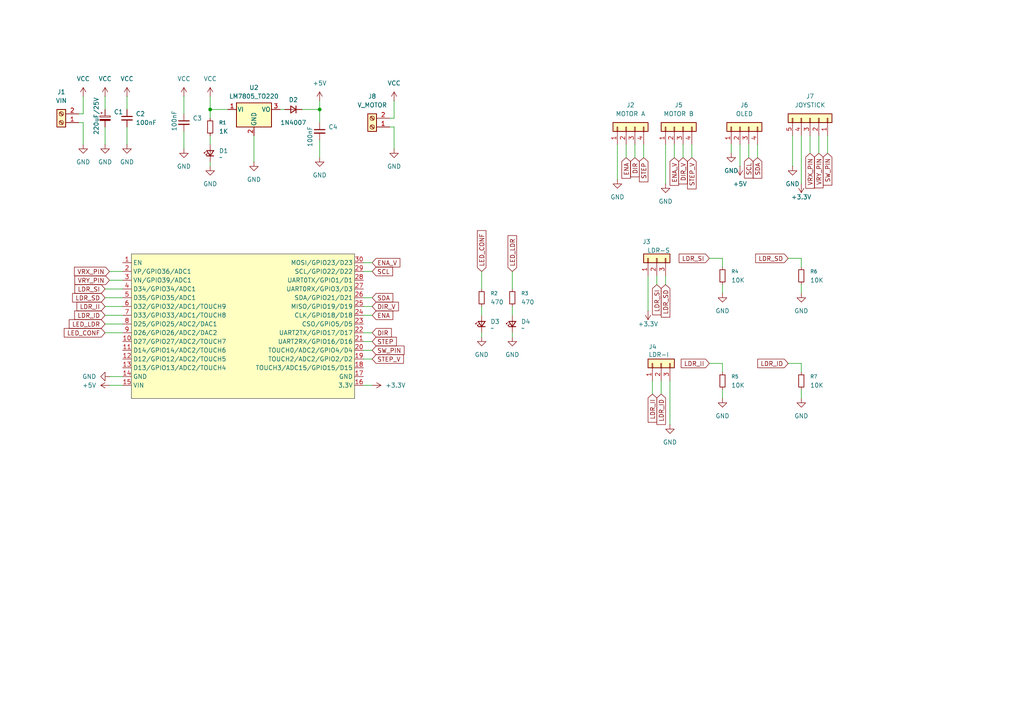
<source format=kicad_sch>
(kicad_sch (version 20250114) (generator "eeschema") (generator_version "9.0")
  (paper "A4")
  (lib_symbols
    (symbol "@EmersonPrez15:ESP32_DevKit_MP"
      (symbol "ESP32_DevKit_MP_1_1"
        (rectangle (start -33.02 25.4) (end 31.75 -16.51) (stroke (width 0) (color 72 72 72 1)) (fill (type background)))
        (pin input line (at -35.56 22.86 0) (length 2.54) (name "EN") (number "1"))
        (pin input line (at -35.56 20.32 0) (length 2.54) (name "VP/GPIO36/ADC1") (number "2"))
        (pin input line (at -35.56 17.78 0) (length 2.54) (name "VN/GPIO39/ADC1") (number "3"))
        (pin input line (at -35.56 15.24 0) (length 2.54) (name "D34/GPIO34/ADC1") (number "4"))
        (pin input line (at -35.56 12.7 0) (length 2.54) (name "D35/GPIO35/ADC1") (number "5"))
        (pin input line (at -35.56 10.16 0) (length 2.54) (name "D32/GPIO32/ADC1/TOUCH9") (number "6"))
        (pin input line (at -35.56 7.62 0) (length 2.54) (name "D33/GPIO33/ADC1/TOUCH8") (number "7"))
        (pin input line (at -35.56 5.08 0) (length 2.54) (name "D25/GPIO25/ADC2/DAC1") (number "8"))
        (pin input line (at -35.56 2.54 0) (length 2.54) (name "D26/GPIO26/ADC2/DAC2") (number "9"))
        (pin input line (at -35.56 0 0) (length 2.54) (name "D27/GPIO27/ADC2/TOUCH7") (number "10"))
        (pin input line (at -35.56 -2.54 0) (length 2.54) (name "D14/GPIO14/ADC2/TOUCH6") (number "11"))
        (pin input line (at -35.56 -5.08 0) (length 2.54) (name "D12/GPIO12/ADC2/TOUCH5") (number "12"))
        (pin input line (at -35.56 -7.62 0) (length 2.54) (name "D13/GPIO13/ADC2/TOUCH4") (number "13"))
        (pin input line (at -35.56 -10.16 0) (length 2.54) (name "GND") (number "14"))
        (pin input line (at -35.56 -12.7 0) (length 2.54) (name "VIN") (number "15"))
        (pin input line (at 34.29 22.86 180) (length 2.54) (name "MOSI/GPIO23/D23") (number "30"))
        (pin input line (at 34.29 20.32 180) (length 2.54) (name "SCL/GPIO22/D22") (number "29"))
        (pin input line (at 34.29 17.78 180) (length 2.54) (name "UART0TX/GPIO1/D1") (number "28"))
        (pin input line (at 34.29 15.24 180) (length 2.54) (name "UART0RX/GPIO3/D3") (number "27"))
        (pin input line (at 34.29 12.7 180) (length 2.54) (name "SDA/GPIO21/D21") (number "26"))
        (pin input line (at 34.29 10.16 180) (length 2.54) (name "MISO/GPIO19/D19") (number "25"))
        (pin input line (at 34.29 7.62 180) (length 2.54) (name "CLK/GPIO18/D18") (number "24"))
        (pin input line (at 34.29 5.08 180) (length 2.54) (name "CSO/GPIO5/D5") (number "23"))
        (pin input line (at 34.29 2.54 180) (length 2.54) (name "UART2TX/GPIO17/D17") (number "22"))
        (pin input line (at 34.29 0 180) (length 2.54) (name "UART2RX/GPIO16/D16") (number "21"))
        (pin input line (at 34.29 -2.54 180) (length 2.54) (name "TOUCH0/ADC2/GPIO4/D4") (number "20"))
        (pin input line (at 34.29 -5.08 180) (length 2.54) (name "TOUCH2/ADC2/GPIO2/D2") (number "19"))
        (pin input line (at 34.29 -7.62 180) (length 2.54) (name "TOUCH3/ADC15/GPIO15/D15") (number "18"))
        (pin input line (at 34.29 -10.16 180) (length 2.54) (name "GND") (number "17"))
        (pin input line (at 34.29 -12.7 180) (length 2.54) (name "3.3V") (number "16"))
      )
    )
    (symbol "Connector:Screw_Terminal_01x02" (pin_names (offset 1.016) (hide yes))
      (property "Reference" "J" (at 0 2.54 0))
      (property "Value" "Screw_Terminal_01x02" (at 0 -5.08 0))
      (symbol "Screw_Terminal_01x02_1_1"
        (rectangle (start -1.27 1.27) (end 1.27 -3.81) (stroke (width 0.254)) (fill (type background)))
        (polyline (pts (xy -0.5334 0.3302) (xy 0.3302 -0.508)) (stroke (width 0.1524)))
        (polyline (pts (xy -0.5334 -2.2098) (xy 0.3302 -3.048)) (stroke (width 0.1524)))
        (polyline (pts (xy -0.3556 0.508) (xy 0.508 -0.3302)) (stroke (width 0.1524)))
        (polyline (pts (xy -0.3556 -2.032) (xy 0.508 -2.8702)) (stroke (width 0.1524)))
        (circle (center 0 0) (radius 0.635) (stroke (width 0.1524)))
        (circle (center 0 -2.54) (radius 0.635) (stroke (width 0.1524)))
        (pin passive line (at -5.08 0 0) (length 3.81) (name "Pin_1") (number "1"))
        (pin passive line (at -5.08 -2.54 0) (length 3.81) (name "Pin_2") (number "2"))
      )
    )
    (symbol "Connector_Generic:Conn_01x03" (pin_names (offset 1.016) (hide yes))
      (property "Reference" "J" (at 0 5.08 0))
      (property "Value" "Conn_01x03" (at 0 -5.08 0))
      (symbol "Conn_01x03_1_1"
        (rectangle (start -1.27 3.81) (end 1.27 -3.81) (stroke (width 0.254)) (fill (type background)))
        (rectangle (start -1.27 2.667) (end 0 2.413) (stroke (width 0.1524)))
        (rectangle (start -1.27 0.127) (end 0 -0.127) (stroke (width 0.1524)))
        (rectangle (start -1.27 -2.413) (end 0 -2.667) (stroke (width 0.1524)))
        (pin passive line (at -5.08 2.54 0) (length 3.81) (name "Pin_1") (number "1"))
        (pin passive line (at -5.08 0 0) (length 3.81) (name "Pin_2") (number "2"))
        (pin passive line (at -5.08 -2.54 0) (length 3.81) (name "Pin_3") (number "3"))
      )
    )
    (symbol "Connector_Generic:Conn_01x04" (pin_names (offset 1.016) (hide yes))
      (property "Reference" "J" (at 0 5.08 0))
      (property "Value" "Conn_01x04" (at 0 -7.62 0))
      (symbol "Conn_01x04_1_1"
        (rectangle (start -1.27 3.81) (end 1.27 -6.35) (stroke (width 0.254)) (fill (type background)))
        (rectangle (start -1.27 2.667) (end 0 2.413) (stroke (width 0.1524)))
        (rectangle (start -1.27 0.127) (end 0 -0.127) (stroke (width 0.1524)))
        (rectangle (start -1.27 -2.413) (end 0 -2.667) (stroke (width 0.1524)))
        (rectangle (start -1.27 -4.953) (end 0 -5.207) (stroke (width 0.1524)))
        (pin passive line (at -5.08 2.54 0) (length 3.81) (name "Pin_1") (number "1"))
        (pin passive line (at -5.08 0 0) (length 3.81) (name "Pin_2") (number "2"))
        (pin passive line (at -5.08 -2.54 0) (length 3.81) (name "Pin_3") (number "3"))
        (pin passive line (at -5.08 -5.08 0) (length 3.81) (name "Pin_4") (number "4"))
      )
    )
    (symbol "Connector_Generic:Conn_01x05" (pin_names (offset 1.016) (hide yes))
      (property "Reference" "J" (at 0 7.62 0))
      (property "Value" "Conn_01x05" (at 0 -7.62 0))
      (symbol "Conn_01x05_1_1"
        (rectangle (start -1.27 6.35) (end 1.27 -6.35) (stroke (width 0.254)) (fill (type background)))
        (rectangle (start -1.27 5.207) (end 0 4.953) (stroke (width 0.1524)))
        (rectangle (start -1.27 2.667) (end 0 2.413) (stroke (width 0.1524)))
        (rectangle (start -1.27 0.127) (end 0 -0.127) (stroke (width 0.1524)))
        (rectangle (start -1.27 -2.413) (end 0 -2.667) (stroke (width 0.1524)))
        (rectangle (start -1.27 -4.953) (end 0 -5.207) (stroke (width 0.1524)))
        (pin passive line (at -5.08 5.08 0) (length 3.81) (name "Pin_1") (number "1"))
        (pin passive line (at -5.08 2.54 0) (length 3.81) (name "Pin_2") (number "2"))
        (pin passive line (at -5.08 0 0) (length 3.81) (name "Pin_3") (number "3"))
        (pin passive line (at -5.08 -2.54 0) (length 3.81) (name "Pin_4") (number "4"))
        (pin passive line (at -5.08 -5.08 0) (length 3.81) (name "Pin_5") (number "5"))
      )
    )
    (symbol "Device:C_Polarized_Small" (pin_numbers (hide yes)) (pin_names (offset 0.254) (hide yes))
      (property "Reference" "C" (at 0.254 1.778 0))
      (property "Value" "C_Polarized_Small" (at 0.254 -2.032 0))
      (symbol "C_Polarized_Small_0_1"
        (rectangle (start -1.524 0.6858) (end 1.524 0.3048))
        (rectangle (start -1.524 -0.3048) (end 1.524 -0.6858) (fill (type outline)))
        (polyline (pts (xy -1.27 1.524) (xy -0.762 1.524)))
        (polyline (pts (xy -1.016 1.27) (xy -1.016 1.778)))
      )
      (symbol "C_Polarized_Small_1_1"
        (pin passive line (at 0 2.54 270) (length 1.8542) (name "~") (number "1"))
        (pin passive line (at 0 -2.54 90) (length 1.8542) (name "~") (number "2"))
      )
    )
    (symbol "Device:C_Small" (pin_numbers (hide yes)) (pin_names (offset 0.254) (hide yes))
      (property "Reference" "C" (at 0.254 1.778 0))
      (property "Value" "C_Small" (at 0.254 -2.032 0))
      (symbol "C_Small_0_1"
        (polyline (pts (xy -1.524 0.508) (xy 1.524 0.508)) (stroke (width 0.3048)))
        (polyline (pts (xy -1.524 -0.508) (xy 1.524 -0.508)) (stroke (width 0.3302)))
      )
      (symbol "C_Small_1_1"
        (pin passive line (at 0 2.54 270) (length 2.032) (name "~") (number "1"))
        (pin passive line (at 0 -2.54 90) (length 2.032) (name "~") (number "2"))
      )
    )
    (symbol "Device:D_Small" (pin_numbers (hide yes)) (pin_names (offset 0.254) (hide yes))
      (property "Reference" "D" (at -1.27 2.032 0))
      (property "Value" "D_Small" (at -3.81 -2.032 0))
      (symbol "D_Small_0_1"
        (polyline (pts (xy -0.762 0) (xy 0.762 0)))
        (polyline (pts (xy -0.762 -1.016) (xy -0.762 1.016)) (stroke (width 0.254)))
        (polyline (pts (xy 0.762 -1.016) (xy -0.762 0) (xy 0.762 1.016) (xy 0.762 -1.016)) (stroke (width 0.254)))
      )
      (symbol "D_Small_1_1"
        (pin passive line (at -2.54 0 0) (length 1.778) (name "K") (number "1"))
        (pin passive line (at 2.54 0 180) (length 1.778) (name "A") (number "2"))
      )
    )
    (symbol "Device:LED_Small" (pin_numbers (hide yes)) (pin_names (offset 0.254) (hide yes))
      (property "Reference" "D" (at -1.27 3.175 0))
      (property "Value" "LED_Small" (at -4.445 -2.54 0))
      (symbol "LED_Small_0_1"
        (polyline (pts (xy -0.762 -1.016) (xy -0.762 1.016)) (stroke (width 0.254)))
        (polyline (pts (xy 0 0.762) (xy -0.508 1.27) (xy -0.254 1.27) (xy -0.508 1.27) (xy -0.508 1.016)))
        (polyline (pts (xy 0.508 1.27) (xy 0 1.778) (xy 0.254 1.778) (xy 0 1.778) (xy 0 1.524)))
        (polyline (pts (xy 0.762 -1.016) (xy -0.762 0) (xy 0.762 1.016) (xy 0.762 -1.016)) (stroke (width 0.254)))
        (polyline (pts (xy 1.016 0) (xy -0.762 0)))
      )
      (symbol "LED_Small_1_1"
        (pin passive line (at -2.54 0 0) (length 1.778) (name "K") (number "1"))
        (pin passive line (at 2.54 0 180) (length 1.778) (name "A") (number "2"))
      )
    )
    (symbol "Device:R_Small" (pin_numbers (hide yes)) (pin_names (offset 0.254) (hide yes))
      (property "Reference" "R" (at 0 0 90))
      (property "Value" "R_Small" (at 1.778 0 90))
      (symbol "R_Small_0_1"
        (rectangle (start -0.762 1.778) (end 0.762 -1.778) (stroke (width 0.2032)))
      )
      (symbol "R_Small_1_1"
        (pin passive line (at 0 2.54 270) (length 0.762) (name "~") (number "1"))
        (pin passive line (at 0 -2.54 90) (length 0.762) (name "~") (number "2"))
      )
    )
    (symbol "Regulator_Linear:LM7805_TO220" (pin_names (offset 0.254))
      (property "Reference" "U" (at -3.81 3.175 0))
      (property "Value" "LM7805_TO220" (at 0 3.175 0))
      (symbol "LM7805_TO220_0_1"
        (rectangle (start -5.08 1.905) (end 5.08 -5.08) (stroke (width 0.254)) (fill (type background)))
      )
      (symbol "LM7805_TO220_1_1"
        (pin power_in line (at -7.62 0 0) (length 2.54) (name "VI") (number "1"))
        (pin power_in line (at 0 -7.62 90) (length 2.54) (name "GND") (number "2"))
        (pin power_out line (at 7.62 0 180) (length 2.54) (name "VO") (number "3"))
      )
    )
    (symbol "power:+3.3V" (power) (pin_numbers (hide yes)) (pin_names (offset 0) (hide yes))
      (property "Value" "+3.3V" (at 0 3.556 0))
      (symbol "+3.3V_0_1"
        (polyline (pts (xy -0.762 1.27) (xy 0 2.54)))
        (polyline (pts (xy 0 2.54) (xy 0.762 1.27)))
        (polyline (pts (xy 0 0) (xy 0 2.54)))
      )
      (symbol "+3.3V_1_1"
        (pin power_in line (at 0 0 90) (length 0) (name "~") (number "1"))
      )
    )
    (symbol "power:+5V" (power) (pin_numbers (hide yes)) (pin_names (offset 0) (hide yes))
      (property "Value" "+5V" (at 0 3.556 0))
      (symbol "+5V_0_1"
        (polyline (pts (xy -0.762 1.27) (xy 0 2.54)))
        (polyline (pts (xy 0 2.54) (xy 0.762 1.27)))
        (polyline (pts (xy 0 0) (xy 0 2.54)))
      )
      (symbol "+5V_1_1"
        (pin power_in line (at 0 0 90) (length 0) (name "~") (number "1"))
      )
    )
    (symbol "power:GND" (power) (pin_numbers (hide yes)) (pin_names (offset 0) (hide yes))
      (property "Value" "GND" (at 0 -3.81 0))
      (symbol "GND_0_1"
        (polyline (pts (xy 0 0) (xy 0 -1.27) (xy 1.27 -1.27) (xy 0 -2.54) (xy -1.27 -1.27) (xy 0 -1.27)))
      )
      (symbol "GND_1_1"
        (pin power_in line (at 0 0 270) (length 0) (name "~") (number "1"))
      )
    )
    (symbol "power:VCC" (power) (pin_numbers (hide yes)) (pin_names (offset 0) (hide yes))
      (property "Value" "VCC" (at 0 3.556 0))
      (symbol "VCC_0_1"
        (polyline (pts (xy -0.762 1.27) (xy 0 2.54)))
        (polyline (pts (xy 0 2.54) (xy 0.762 1.27)))
        (polyline (pts (xy 0 0) (xy 0 2.54)))
      )
      (symbol "VCC_1_1"
        (pin power_in line (at 0 0 90) (length 0) (name "~") (number "1"))
      )
    )
  )
  (junction (at 60.96 31.75))
  (junction (at 92.71 31.75))
  (wire (pts (xy 193.04 41.91) (xy 193.04 53.34)))
  (wire (pts (xy 232.41 39.37) (xy 232.41 53.34)))
  (wire (pts (xy 139.7 96.52) (xy 139.7 97.79)))
  (wire (pts (xy 60.96 31.75) (xy 60.96 34.29)))
  (wire (pts (xy 209.55 82.55) (xy 209.55 85.09)))
  (wire (pts (xy 53.34 38.1) (xy 53.34 43.18)))
  (wire (pts (xy 105.41 96.52) (xy 107.95 96.52)))
  (wire (pts (xy 191.77 110.49) (xy 191.77 114.3)))
  (wire (pts (xy 30.48 88.9) (xy 35.56 88.9)))
  (wire (pts (xy 114.3 34.29) (xy 113.03 34.29)))
  (wire (pts (xy 205.74 74.93) (xy 209.55 74.93)))
  (wire (pts (xy 24.13 27.94) (xy 24.13 33.02)))
  (wire (pts (xy 24.13 35.56) (xy 24.13 41.91)))
  (wire (pts (xy 30.48 91.44) (xy 35.56 91.44)))
  (wire (pts (xy 194.31 110.49) (xy 194.31 123.19)))
  (wire (pts (xy 209.55 74.93) (xy 209.55 77.47)))
  (wire (pts (xy 105.41 88.9) (xy 107.95 88.9)))
  (wire (pts (xy 92.71 29.21) (xy 92.71 31.75)))
  (wire (pts (xy 60.96 46.99) (xy 60.96 48.26)))
  (wire (pts (xy 114.3 36.83) (xy 114.3 43.18)))
  (wire (pts (xy 30.48 96.52) (xy 35.56 96.52)))
  (wire (pts (xy 113.03 36.83) (xy 114.3 36.83)))
  (wire (pts (xy 232.41 82.55) (xy 232.41 85.09)))
  (wire (pts (xy 105.41 99.06) (xy 107.95 99.06)))
  (wire (pts (xy 30.48 83.82) (xy 35.56 83.82)))
  (wire (pts (xy 36.83 36.83) (xy 36.83 41.91)))
  (wire (pts (xy 31.75 111.76) (xy 35.56 111.76)))
  (wire (pts (xy 60.96 39.37) (xy 60.96 41.91)))
  (wire (pts (xy 193.04 80.01) (xy 193.04 82.55)))
  (wire (pts (xy 209.55 105.41) (xy 209.55 107.95)))
  (wire (pts (xy 53.34 27.94) (xy 53.34 33.02)))
  (wire (pts (xy 139.7 78.74) (xy 139.7 83.82)))
  (wire (pts (xy 139.7 88.9) (xy 139.7 91.44)))
  (wire (pts (xy 186.69 45.72) (xy 186.69 41.91)))
  (wire (pts (xy 30.48 27.94) (xy 30.48 31.75)))
  (wire (pts (xy 181.61 45.72) (xy 181.61 41.91)))
  (wire (pts (xy 214.63 41.91) (xy 214.63 48.26)))
  (wire (pts (xy 200.66 45.72) (xy 200.66 41.91)))
  (wire (pts (xy 30.48 93.98) (xy 35.56 93.98)))
  (wire (pts (xy 195.58 45.72) (xy 195.58 41.91)))
  (wire (pts (xy 184.15 45.72) (xy 184.15 41.91)))
  (wire (pts (xy 228.6 74.93) (xy 232.41 74.93)))
  (wire (pts (xy 148.59 88.9) (xy 148.59 91.44)))
  (wire (pts (xy 212.09 41.91) (xy 212.09 44.45)))
  (wire (pts (xy 92.71 31.75) (xy 92.71 35.56)))
  (wire (pts (xy 205.74 105.41) (xy 209.55 105.41)))
  (wire (pts (xy 92.71 40.64) (xy 92.71 45.72)))
  (wire (pts (xy 105.41 91.44) (xy 107.95 91.44)))
  (wire (pts (xy 30.48 86.36) (xy 35.56 86.36)))
  (wire (pts (xy 209.55 113.03) (xy 209.55 115.57)))
  (wire (pts (xy 179.07 41.91) (xy 179.07 52.07)))
  (wire (pts (xy 228.6 105.41) (xy 232.41 105.41)))
  (wire (pts (xy 105.41 104.14) (xy 107.95 104.14)))
  (wire (pts (xy 148.59 78.74) (xy 148.59 83.82)))
  (wire (pts (xy 190.5 80.01) (xy 190.5 82.55)))
  (wire (pts (xy 81.28 31.75) (xy 82.55 31.75)))
  (wire (pts (xy 105.41 78.74) (xy 107.95 78.74)))
  (wire (pts (xy 36.83 27.94) (xy 36.83 31.75)))
  (wire (pts (xy 240.03 39.37) (xy 240.03 44.45)))
  (wire (pts (xy 232.41 74.93) (xy 232.41 77.47)))
  (wire (pts (xy 30.48 36.83) (xy 30.48 41.91)))
  (wire (pts (xy 60.96 31.75) (xy 66.04 31.75)))
  (wire (pts (xy 229.87 39.37) (xy 229.87 48.26)))
  (wire (pts (xy 217.17 41.91) (xy 217.17 45.72)))
  (wire (pts (xy 105.41 76.2) (xy 107.95 76.2)))
  (wire (pts (xy 31.75 109.22) (xy 35.56 109.22)))
  (wire (pts (xy 31.75 81.28) (xy 35.56 81.28)))
  (wire (pts (xy 114.3 29.21) (xy 114.3 34.29)))
  (wire (pts (xy 148.59 96.52) (xy 148.59 97.79)))
  (wire (pts (xy 105.41 86.36) (xy 107.95 86.36)))
  (wire (pts (xy 60.96 27.94) (xy 60.96 31.75)))
  (wire (pts (xy 189.23 110.49) (xy 189.23 114.3)))
  (wire (pts (xy 73.66 39.37) (xy 73.66 46.99)))
  (wire (pts (xy 22.86 35.56) (xy 24.13 35.56)))
  (wire (pts (xy 232.41 105.41) (xy 232.41 107.95)))
  (wire (pts (xy 24.13 33.02) (xy 22.86 33.02)))
  (wire (pts (xy 107.95 101.6) (xy 105.41 101.6)))
  (wire (pts (xy 234.95 39.37) (xy 234.95 44.45)))
  (wire (pts (xy 219.71 41.91) (xy 219.71 45.72)))
  (wire (pts (xy 87.63 31.75) (xy 92.71 31.75)))
  (wire (pts (xy 198.12 45.72) (xy 198.12 41.91)))
  (wire (pts (xy 237.49 39.37) (xy 237.49 44.45)))
  (wire (pts (xy 187.96 80.01) (xy 187.96 90.17)))
  (wire (pts (xy 31.75 78.74) (xy 35.56 78.74)))
  (wire (pts (xy 105.41 111.76) (xy 107.95 111.76)))
  (wire (pts (xy 232.41 113.03) (xy 232.41 115.57)))
  (global_label "LDR_SD" (shape input) (at 30.48 86.36 180) (property "Intersheetrefs" "${INTERSHEET_REFS}" (effects (hide yes))))
  (global_label "LDR_ID" (shape input) (at 228.6 105.41 180) (property "Intersheetrefs" "${INTERSHEET_REFS}" (effects (hide yes))))
  (global_label "LDR_SI" (shape input) (at 30.48 83.82 180) (property "Intersheetrefs" "${INTERSHEET_REFS}" (effects (hide yes))))
  (global_label "LDR_ID" (shape input) (at 30.48 91.44 180) (property "Intersheetrefs" "${INTERSHEET_REFS}" (effects (hide yes))))
  (global_label "SW_PIN" (shape input) (at 107.95 101.6 0) (property "Intersheetrefs" "${INTERSHEET_REFS}" (effects (hide yes))))
  (global_label "LED_LDR" (shape input) (at 30.48 93.98 180) (property "Intersheetrefs" "${INTERSHEET_REFS}" (effects (hide yes))))
  (global_label "ENA" (shape input) (at 107.95 91.44 0) (property "Intersheetrefs" "${INTERSHEET_REFS}" (effects (hide yes))))
  (global_label "LDR_II" (shape input) (at 205.74 105.41 180) (property "Intersheetrefs" "${INTERSHEET_REFS}" (effects (hide yes))))
  (global_label "DIR" (shape input) (at 184.15 45.72 270) (property "Intersheetrefs" "${INTERSHEET_REFS}" (effects (hide yes))))
  (global_label "LDR_SD" (shape input) (at 193.04 82.55 270) (property "Intersheetrefs" "${INTERSHEET_REFS}" (effects (hide yes))))
  (global_label "LDR_SD" (shape input) (at 228.6 74.93 180) (property "Intersheetrefs" "${INTERSHEET_REFS}" (effects (hide yes))))
  (global_label "ENA" (shape input) (at 181.61 45.72 270) (property "Intersheetrefs" "${INTERSHEET_REFS}" (effects (hide yes))))
  (global_label "LDR_ID" (shape input) (at 191.77 114.3 270) (property "Intersheetrefs" "${INTERSHEET_REFS}" (effects (hide yes))))
  (global_label "STEP" (shape input) (at 107.95 99.06 0) (property "Intersheetrefs" "${INTERSHEET_REFS}" (effects (hide yes))))
  (global_label "SDA" (shape input) (at 219.71 45.72 270) (property "Intersheetrefs" "${INTERSHEET_REFS}" (effects (hide yes))))
  (global_label "LED_CONF" (shape input) (at 30.48 96.52 180) (property "Intersheetrefs" "${INTERSHEET_REFS}" (effects (hide yes))))
  (global_label "SW_PIN" (shape input) (at 240.03 44.45 270) (property "Intersheetrefs" "${INTERSHEET_REFS}" (effects (hide yes))))
  (global_label "LDR_II" (shape input) (at 189.23 114.3 270) (property "Intersheetrefs" "${INTERSHEET_REFS}" (effects (hide yes))))
  (global_label "LED_CONF" (shape input) (at 139.7 78.74 90) (property "Intersheetrefs" "${INTERSHEET_REFS}" (effects (hide yes))))
  (global_label "DIR" (shape input) (at 107.95 96.52 0) (property "Intersheetrefs" "${INTERSHEET_REFS}" (effects (hide yes))))
  (global_label "LDR_SI" (shape input) (at 190.5 82.55 270) (property "Intersheetrefs" "${INTERSHEET_REFS}" (effects (hide yes))))
  (global_label "LDR_II" (shape input) (at 30.48 88.9 180) (property "Intersheetrefs" "${INTERSHEET_REFS}" (effects (hide yes))))
  (global_label "LDR_SI" (shape input) (at 205.74 74.93 180) (property "Intersheetrefs" "${INTERSHEET_REFS}" (effects (hide yes))))
  (global_label "ENA_V" (shape input) (at 195.58 45.72 270) (property "Intersheetrefs" "${INTERSHEET_REFS}" (effects (hide yes))))
  (global_label "SDA" (shape input) (at 107.95 86.36 0) (property "Intersheetrefs" "${INTERSHEET_REFS}" (effects (hide yes))))
  (global_label "VRX_PIN" (shape input) (at 234.95 44.45 270) (property "Intersheetrefs" "${INTERSHEET_REFS}" (effects (hide yes))))
  (global_label "STEP" (shape input) (at 186.69 45.72 270) (property "Intersheetrefs" "${INTERSHEET_REFS}" (effects (hide yes))))
  (global_label "VRY_PIN" (shape input) (at 31.75 81.28 180) (property "Intersheetrefs" "${INTERSHEET_REFS}" (effects (hide yes))))
  (global_label "STEP_V" (shape input) (at 107.95 104.14 0) (property "Intersheetrefs" "${INTERSHEET_REFS}" (effects (hide yes))))
  (global_label "SCL" (shape input) (at 217.17 45.72 270) (property "Intersheetrefs" "${INTERSHEET_REFS}" (effects (hide yes))))
  (global_label "LED_LDR" (shape input) (at 148.59 78.74 90) (property "Intersheetrefs" "${INTERSHEET_REFS}" (effects (hide yes))))
  (global_label "STEP_V" (shape input) (at 200.66 45.72 270) (property "Intersheetrefs" "${INTERSHEET_REFS}" (effects (hide yes))))
  (global_label "ENA_V" (shape input) (at 107.95 76.2 0) (property "Intersheetrefs" "${INTERSHEET_REFS}" (effects (hide yes))))
  (global_label "VRX_PIN" (shape input) (at 31.75 78.74 180) (property "Intersheetrefs" "${INTERSHEET_REFS}" (effects (hide yes))))
  (global_label "VRY_PIN" (shape input) (at 237.49 44.45 270) (property "Intersheetrefs" "${INTERSHEET_REFS}" (effects (hide yes))))
  (global_label "DIR_V" (shape input) (at 107.95 88.9 0) (property "Intersheetrefs" "${INTERSHEET_REFS}" (effects (hide yes))))
  (global_label "SCL" (shape input) (at 107.95 78.74 0) (property "Intersheetrefs" "${INTERSHEET_REFS}" (effects (hide yes))))
  (global_label "DIR_V" (shape input) (at 198.12 45.72 270) (property "Intersheetrefs" "${INTERSHEET_REFS}" (effects (hide yes))))
  (symbol (lib_id "power:+5V") (at 214.63 48.26 180) (unit 1)
    (property "Reference" "#PWR026" (effects (hide yes)))
    (property "Value" "+5V" (at 214.63 53.34 0))
    (property "Description" "Power symbol creates a global label with name \"+5V\"" (effects (hide yes)))
  )
  (symbol (lib_id "power:GND") (at 232.41 85.09 0) (unit 1)
    (property "Reference" "#PWR029" (effects (hide yes)))
    (property "Value" "GND" (at 232.41 90.17 0))
    (property "Description" "Power symbol creates a global label with name \"GND\" , ground" (effects (hide yes)))
  )
  (symbol (lib_id "Device:C_Small") (at 92.71 38.1 0) (unit 1)
    (property "Reference" "C4" (at 95.25 36.8362 0) (effects (justify left)))
    (property "Value" "100nF" (at 89.916 42.672 90) (effects (justify left)))
    (property "Footprint" "Capacitor_THT:C_Disc_D3.8mm_W2.6mm_P2.50mm" (effects (hide yes)))
    (property "Description" "Unpolarized capacitor, small symbol" (effects (hide yes)))
  )
  (symbol (lib_id "Device:C_Small") (at 36.83 34.29 0) (unit 1)
    (property "Reference" "C2" (at 39.37 33.0262 0) (effects (justify left)))
    (property "Value" "100nF" (at 39.37 35.5662 0) (effects (justify left)))
    (property "Footprint" "Capacitor_THT:C_Disc_D3.8mm_W2.6mm_P2.50mm" (effects (hide yes)))
    (property "Description" "Unpolarized capacitor, small symbol" (effects (hide yes)))
  )
  (symbol (lib_id "power:GND") (at 60.96 48.26 0) (unit 1)
    (property "Reference" "#PWR012" (effects (hide yes)))
    (property "Value" "GND" (at 60.96 53.34 0))
    (property "Description" "Power symbol creates a global label with name \"GND\" , ground" (effects (hide yes)))
  )
  (symbol (lib_id "power:+3.3V") (at 187.96 90.17 180) (unit 1)
    (property "Reference" "#PWR020" (effects (hide yes)))
    (property "Value" "+3.3V" (at 187.96 93.98 0))
    (property "Description" "Power symbol creates a global label with name \"+3.3V\"" (effects (hide yes)))
  )
  (symbol (lib_id "power:VCC") (at 114.3 29.21 0) (unit 1)
    (property "Reference" "#PWR031" (effects (hide yes)))
    (property "Value" "VCC" (at 114.3 24.13 0))
    (property "Description" "Power symbol creates a global label with name \"VCC\"" (effects (hide yes)))
  )
  (symbol (lib_id "power:GND") (at 31.75 109.22 270) (unit 1)
    (property "Reference" "#PWR05" (effects (hide yes)))
    (property "Value" "GND" (at 27.94 109.2199 90) (effects (justify right)))
    (property "Description" "Power symbol creates a global label with name \"GND\" , ground" (effects (hide yes)))
  )
  (symbol (lib_id "power:GND") (at 73.66 46.99 0) (unit 1)
    (property "Reference" "#PWR013" (effects (hide yes)))
    (property "Value" "GND" (at 73.66 52.07 0))
    (property "Description" "Power symbol creates a global label with name \"GND\" , ground" (effects (hide yes)))
  )
  (symbol (lib_id "Connector_Generic:Conn_01x05") (at 234.95 34.29 270) (mirror x) (unit 1)
    (property "Reference" "J7" (at 234.95 27.94 90))
    (property "Value" "JOYSTICK" (at 234.95 30.48 90))
    (property "Footprint" "Connector_PinSocket_2.54mm:PinSocket_1x05_P2.54mm_Vertical" (effects (hide yes)))
    (property "Description" "Generic connector, single row, 01x05, script generated (kicad-library-utils/schlib/autogen/connector/)" (effects (hide yes)))
  )
  (symbol (lib_id "power:VCC") (at 36.83 27.94 0) (unit 1)
    (property "Reference" "#PWR07" (effects (hide yes)))
    (property "Value" "VCC" (at 36.83 22.86 0))
    (property "Description" "Power symbol creates a global label with name \"VCC\"" (effects (hide yes)))
  )
  (symbol (lib_id "Device:D_Small") (at 85.09 31.75 180) (unit 1)
    (property "Reference" "D2" (at 85.09 28.956 0))
    (property "Value" "1N4007" (at 85.09 35.56 0))
    (property "Footprint" "Diode_THT:D_A-405_P10.16mm_Horizontal" (effects (hide yes)))
    (property "Description" "Diode, small symbol" (effects (hide yes)))
    (property "Sim.Device" "D" (effects (hide yes)))
    (property "Sim.Pins" "1=K 2=A" (effects (hide yes)))
  )
  (symbol (lib_id "power:VCC") (at 53.34 27.94 0) (unit 1)
    (property "Reference" "#PWR09" (effects (hide yes)))
    (property "Value" "VCC" (at 53.34 22.86 0))
    (property "Description" "Power symbol creates a global label with name \"VCC\"" (effects (hide yes)))
  )
  (symbol (lib_id "Connector_Generic:Conn_01x04") (at 195.58 36.83 90) (unit 1)
    (property "Reference" "J5" (at 196.85 30.48 90))
    (property "Value" "MOTOR B" (at 196.85 33.02 90))
    (property "Footprint" "Connector_Molex:Molex_KK-254_AE-6410-04A_1x04_P2.54mm_Vertical" (effects (hide yes)))
    (property "Description" "Generic connector, single row, 01x04, script generated (kicad-library-utils/schlib/autogen/connector/)" (effects (hide yes)))
  )
  (symbol (lib_id "power:VCC") (at 60.96 27.94 0) (unit 1)
    (property "Reference" "#PWR011" (effects (hide yes)))
    (property "Value" "VCC" (at 60.96 22.86 0))
    (property "Description" "Power symbol creates a global label with name \"VCC\"" (effects (hide yes)))
  )
  (symbol (lib_id "Regulator_Linear:LM7805_TO220") (at 73.66 31.75 0) (unit 1)
    (property "Reference" "U2" (at 73.66 25.4 0))
    (property "Value" "LM7805_TO220" (at 73.66 27.94 0))
    (property "Footprint" "Package_TO_SOT_THT:TO-220-3_Vertical" (effects (hide yes)))
    (property "Datasheet" "https://www.onsemi.cn/PowerSolutions/document/MC7800-D.PDF" (effects (hide yes)))
    (property "Description" "Positive 1A 35V Linear Regulator, Fixed Output 5V, TO-220" (effects (hide yes)))
  )
  (symbol (lib_id "Device:LED_Small") (at 139.7 93.98 90) (unit 1)
    (property "Reference" "D3" (at 142.24 93.2814 90) (effects (justify right)))
    (property "Value" "~" (at 142.24 95.1865 90) (effects (justify right)))
    (property "Footprint" "LED_THT:LED_D5.0mm" (effects (hide yes)))
    (property "Description" "Light emitting diode, small symbol" (effects (hide yes)))
    (property "Sim.Pin" "1=K 2=A" (effects (hide yes)))
  )
  (symbol (lib_id "power:GND") (at 194.31 123.19 0) (unit 1)
    (property "Reference" "#PWR022" (effects (hide yes)))
    (property "Value" "GND" (at 194.31 128.27 0))
    (property "Description" "Power symbol creates a global label with name \"GND\" , ground" (effects (hide yes)))
  )
  (symbol (lib_id "Device:R_Small") (at 209.55 110.49 0) (unit 1)
    (property "Reference" "R5" (at 212.09 109.2199 0) (effects (font (size 1.016 1.016)) (justify left)))
    (property "Value" "10K" (at 212.09 111.7599 0) (effects (justify left)))
    (property "Footprint" "Resistor_THT:R_Axial_DIN0207_L6.3mm_D2.5mm_P10.16mm_Horizontal" (effects (hide yes)))
    (property "Description" "Resistor, small symbol" (effects (hide yes)))
  )
  (symbol (lib_id "Connector_Generic:Conn_01x03") (at 191.77 105.41 90) (unit 1)
    (property "Reference" "J4" (at 190.5 100.584 90) (effects (justify left)))
    (property "Value" "LDR-I" (at 194.056 102.87 90) (effects (justify left)))
    (property "Footprint" "Connector_Molex:Molex_KK-254_AE-6410-03A_1x03_P2.54mm_Vertical" (effects (hide yes)))
    (property "Description" "Generic connector, single row, 01x03, script generated (kicad-library-utils/schlib/autogen/connector/)" (effects (hide yes)))
  )
  (symbol (lib_id "Connector_Generic:Conn_01x04") (at 181.61 36.83 90) (unit 1)
    (property "Reference" "J2" (at 182.88 30.48 90))
    (property "Value" "MOTOR A" (at 182.88 33.02 90))
    (property "Footprint" "Connector_Molex:Molex_KK-254_AE-6410-04A_1x04_P2.54mm_Vertical" (effects (hide yes)))
    (property "Description" "Generic connector, single row, 01x04, script generated (kicad-library-utils/schlib/autogen/connector/)" (effects (hide yes)))
  )
  (symbol (lib_id "power:GND") (at 209.55 115.57 0) (unit 1)
    (property "Reference" "#PWR024" (effects (hide yes)))
    (property "Value" "GND" (at 209.55 120.65 0))
    (property "Description" "Power symbol creates a global label with name \"GND\" , ground" (effects (hide yes)))
  )
  (symbol (lib_id "power:+3.3V") (at 232.41 53.34 180) (unit 1)
    (property "Reference" "#PWR028" (effects (hide yes)))
    (property "Value" "+3.3V" (at 232.41 57.15 0))
    (property "Description" "Power symbol creates a global label with name \"+3.3V\"" (effects (hide yes)))
  )
  (symbol (lib_id "Device:R_Small") (at 232.41 80.01 0) (unit 1)
    (property "Reference" "R6" (at 234.95 78.7399 0) (effects (font (size 1.016 1.016)) (justify left)))
    (property "Value" "10K" (at 234.95 81.2799 0) (effects (justify left)))
    (property "Footprint" "Resistor_THT:R_Axial_DIN0207_L6.3mm_D2.5mm_P10.16mm_Horizontal" (effects (hide yes)))
    (property "Description" "Resistor, small symbol" (effects (hide yes)))
  )
  (symbol (lib_id "Device:C_Small") (at 53.34 35.56 0) (unit 1)
    (property "Reference" "C3" (at 55.88 34.2962 0) (effects (justify left)))
    (property "Value" "100nF" (at 50.546 38.1 90) (effects (justify left)))
    (property "Footprint" "Capacitor_THT:C_Disc_D3.8mm_W2.6mm_P2.50mm" (effects (hide yes)))
    (property "Description" "Unpolarized capacitor, small symbol" (effects (hide yes)))
  )
  (symbol (lib_id "power:GND") (at 148.59 97.79 0) (unit 1)
    (property "Reference" "#PWR018" (effects (hide yes)))
    (property "Value" "GND" (at 148.59 102.87 0))
    (property "Description" "Power symbol creates a global label with name \"GND\" , ground" (effects (hide yes)))
  )
  (symbol (lib_id "power:GND") (at 209.55 85.09 0) (unit 1)
    (property "Reference" "#PWR023" (effects (hide yes)))
    (property "Value" "GND" (at 209.55 90.17 0))
    (property "Description" "Power symbol creates a global label with name \"GND\" , ground" (effects (hide yes)))
  )
  (symbol (lib_id "power:GND") (at 229.87 48.26 0) (unit 1)
    (property "Reference" "#PWR027" (effects (hide yes)))
    (property "Value" "GND" (at 229.87 53.34 0))
    (property "Description" "Power symbol creates a global label with name \"GND\" , ground" (effects (hide yes)))
  )
  (symbol (lib_id "power:GND") (at 24.13 41.91 0) (unit 1)
    (property "Reference" "#PWR02" (effects (hide yes)))
    (property "Value" "GND" (at 24.13 46.99 0))
    (property "Description" "Power symbol creates a global label with name \"GND\" , ground" (effects (hide yes)))
  )
  (symbol (lib_id "power:GND") (at 193.04 53.34 0) (unit 1)
    (property "Reference" "#PWR021" (effects (hide yes)))
    (property "Value" "GND" (at 193.04 58.42 0))
    (property "Description" "Power symbol creates a global label with name \"GND\" , ground" (effects (hide yes)))
  )
  (symbol (lib_id "Connector_Generic:Conn_01x04") (at 214.63 36.83 90) (unit 1)
    (property "Reference" "J6" (at 215.9 30.48 90))
    (property "Value" "OLED" (at 215.9 33.02 90))
    (property "Footprint" "Connector_PinSocket_2.54mm:PinSocket_1x04_P2.54mm_Vertical" (effects (hide yes)))
    (property "Description" "Generic connector, single row, 01x04, script generated (kicad-library-utils/schlib/autogen/connector/)" (effects (hide yes)))
  )
  (symbol (lib_id "Device:R_Small") (at 232.41 110.49 0) (unit 1)
    (property "Reference" "R7" (at 234.95 109.2199 0) (effects (font (size 1.016 1.016)) (justify left)))
    (property "Value" "10K" (at 234.95 111.7599 0) (effects (justify left)))
    (property "Footprint" "Resistor_THT:R_Axial_DIN0207_L6.3mm_D2.5mm_P10.16mm_Horizontal" (effects (hide yes)))
    (property "Description" "Resistor, small symbol" (effects (hide yes)))
  )
  (symbol (lib_id "power:+5V") (at 92.71 29.21 0) (unit 1)
    (property "Reference" "#PWR014" (effects (hide yes)))
    (property "Value" "+5V" (at 92.71 24.13 0))
    (property "Description" "Power symbol creates a global label with name \"+5V\"" (effects (hide yes)))
  )
  (symbol (lib_id "Device:R_Small") (at 148.59 86.36 0) (unit 1)
    (property "Reference" "R3" (at 151.13 85.0899 0) (effects (font (size 1.016 1.016)) (justify left)))
    (property "Value" "470" (at 151.13 87.6299 0) (effects (justify left)))
    (property "Footprint" "Resistor_THT:R_Axial_DIN0207_L6.3mm_D2.5mm_P10.16mm_Horizontal" (effects (hide yes)))
    (property "Description" "Resistor, small symbol" (effects (hide yes)))
  )
  (symbol (lib_id "Device:R_Small") (at 209.55 80.01 0) (unit 1)
    (property "Reference" "R4" (at 212.09 78.7399 0) (effects (font (size 1.016 1.016)) (justify left)))
    (property "Value" "10K" (at 212.09 81.2799 0) (effects (justify left)))
    (property "Footprint" "Resistor_THT:R_Axial_DIN0207_L6.3mm_D2.5mm_P10.16mm_Horizontal" (effects (hide yes)))
    (property "Description" "Resistor, small symbol" (effects (hide yes)))
  )
  (symbol (lib_id "power:GND") (at 114.3 43.18 0) (unit 1)
    (property "Reference" "#PWR032" (effects (hide yes)))
    (property "Value" "GND" (at 114.3 48.26 0))
    (property "Description" "Power symbol creates a global label with name \"GND\" , ground" (effects (hide yes)))
  )
  (symbol (lib_id "power:GND") (at 212.09 44.45 0) (unit 1)
    (property "Reference" "#PWR025" (effects (hide yes)))
    (property "Value" "GND" (at 212.09 49.53 0))
    (property "Description" "Power symbol creates a global label with name \"GND\" , ground" (effects (hide yes)))
  )
  (symbol (lib_id "Device:LED_Small") (at 148.59 93.98 90) (unit 1)
    (property "Reference" "D4" (at 151.13 93.2814 90) (effects (justify right)))
    (property "Value" "~" (at 151.13 95.1865 90) (effects (justify right)))
    (property "Footprint" "LED_THT:LED_D5.0mm" (effects (hide yes)))
    (property "Description" "Light emitting diode, small symbol" (effects (hide yes)))
    (property "Sim.Pin" "1=K 2=A" (effects (hide yes)))
  )
  (symbol (lib_id "power:GND") (at 30.48 41.91 0) (unit 1)
    (property "Reference" "#PWR04" (effects (hide yes)))
    (property "Value" "GND" (at 30.48 46.99 0))
    (property "Description" "Power symbol creates a global label with name \"GND\" , ground" (effects (hide yes)))
  )
  (symbol (lib_id "power:+3.3V") (at 107.95 111.76 270) (unit 1)
    (property "Reference" "#PWR016" (effects (hide yes)))
    (property "Value" "+3.3V" (at 111.76 111.7599 90) (effects (justify left)))
    (property "Description" "Power symbol creates a global label with name \"+3.3V\"" (effects (hide yes)))
  )
  (symbol (lib_id "power:GND") (at 139.7 97.79 0) (unit 1)
    (property "Reference" "#PWR017" (effects (hide yes)))
    (property "Value" "GND" (at 139.7 102.87 0))
    (property "Description" "Power symbol creates a global label with name \"GND\" , ground" (effects (hide yes)))
  )
  (symbol (lib_id "power:GND") (at 92.71 45.72 0) (unit 1)
    (property "Reference" "#PWR015" (effects (hide yes)))
    (property "Value" "GND" (at 92.71 50.8 0))
    (property "Description" "Power symbol creates a global label with name \"GND\" , ground" (effects (hide yes)))
  )
  (symbol (lib_id "@EmersonPrez15:ESP32_DevKit_MP") (at 71.12 99.06 0) (unit 1)
    (property "Reference" "U1" (effects (hide yes)))
    (property "Value" "ESP32_DevKit_V1_DOIT" (effects (hide yes)))
    (property "Footprint" "@EmersonPrez15:ESP32_DEVKIT_V1_E32" (effects (hide yes)))
    (property "Description" "32-bit microcontroller module with WiFi and Bluetooth" (effects (hide yes)))
  )
  (symbol (lib_id "power:VCC") (at 24.13 27.94 0) (unit 1)
    (property "Reference" "#PWR01" (effects (hide yes)))
    (property "Value" "VCC" (at 24.13 22.86 0))
    (property "Description" "Power symbol creates a global label with name \"VCC\"" (effects (hide yes)))
  )
  (symbol (lib_id "power:GND") (at 179.07 52.07 0) (unit 1)
    (property "Reference" "#PWR019" (effects (hide yes)))
    (property "Value" "GND" (at 179.07 57.15 0))
    (property "Description" "Power symbol creates a global label with name \"GND\" , ground" (effects (hide yes)))
  )
  (symbol (lib_id "power:VCC") (at 30.48 27.94 0) (unit 1)
    (property "Reference" "#PWR03" (effects (hide yes)))
    (property "Value" "VCC" (at 30.48 22.86 0))
    (property "Description" "Power symbol creates a global label with name \"VCC\"" (effects (hide yes)))
  )
  (symbol (lib_id "Connector_Generic:Conn_01x03") (at 190.5 74.93 90) (unit 1)
    (property "Reference" "J3" (at 188.722 70.104 90) (effects (justify left)))
    (property "Value" "LDR-S" (at 194.31 72.644 90) (effects (justify left)))
    (property "Footprint" "Connector_Molex:Molex_KK-254_AE-6410-03A_1x03_P2.54mm_Vertical" (effects (hide yes)))
    (property "Description" "Generic connector, single row, 01x03, script generated (kicad-library-utils/schlib/autogen/connector/)" (effects (hide yes)))
  )
  (symbol (lib_id "Connector:Screw_Terminal_01x02") (at 17.78 35.56 180) (unit 1)
    (property "Reference" "J1" (at 17.78 26.67 0))
    (property "Value" "VIN" (at 17.78 29.21 0))
    (property "Footprint" "TerminalBlock_Phoenix:TerminalBlock_Phoenix_MKDS-1,5-2-5.08_1x02_P5.08mm_Horizontal" (effects (hide yes)))
    (property "Description" "Generic screw terminal, single row, 01x02, script generated (kicad-library-utils/schlib/autogen/connector/)" (effects (hide yes)))
  )
  (symbol (lib_id "Device:C_Polarized_Small") (at 30.48 34.29 0) (unit 1)
    (property "Reference" "C1" (at 33.02 32.4738 0) (effects (justify left)))
    (property "Value" "220uF/25V" (at 27.94 39.116 90) (effects (justify left)))
    (property "Footprint" "Capacitor_THT:CP_Radial_D6.3mm_P2.50mm" (effects (hide yes)))
    (property "Description" "Polarized capacitor, small symbol" (effects (hide yes)))
  )
  (symbol (lib_id "Device:R_Small") (at 139.7 86.36 0) (unit 1)
    (property "Reference" "R2" (at 142.24 85.0899 0) (effects (font (size 1.016 1.016)) (justify left)))
    (property "Value" "470" (at 142.24 87.6299 0) (effects (justify left)))
    (property "Footprint" "Resistor_THT:R_Axial_DIN0207_L6.3mm_D2.5mm_P10.16mm_Horizontal" (effects (hide yes)))
    (property "Description" "Resistor, small symbol" (effects (hide yes)))
  )
  (symbol (lib_id "Connector:Screw_Terminal_01x02") (at 107.95 36.83 180) (unit 1)
    (property "Reference" "J8" (at 107.95 27.94 0))
    (property "Value" "V_MOTOR" (at 107.95 30.48 0))
    (property "Footprint" "TerminalBlock_Phoenix:TerminalBlock_Phoenix_MKDS-1,5-2-5.08_1x02_P5.08mm_Horizontal" (effects (hide yes)))
    (property "Description" "Generic screw terminal, single row, 01x02, script generated (kicad-library-utils/schlib/autogen/connector/)" (effects (hide yes)))
  )
  (symbol (lib_id "power:GND") (at 53.34 43.18 0) (unit 1)
    (property "Reference" "#PWR010" (effects (hide yes)))
    (property "Value" "GND" (at 53.34 48.26 0))
    (property "Description" "Power symbol creates a global label with name \"GND\" , ground" (effects (hide yes)))
  )
  (symbol (lib_id "power:GND") (at 36.83 41.91 0) (unit 1)
    (property "Reference" "#PWR08" (effects (hide yes)))
    (property "Value" "GND" (at 36.83 46.99 0))
    (property "Description" "Power symbol creates a global label with name \"GND\" , ground" (effects (hide yes)))
  )
  (symbol (lib_id "power:+5V") (at 31.75 111.76 90) (unit 1)
    (property "Reference" "#PWR06" (effects (hide yes)))
    (property "Value" "+5V" (at 27.94 111.7599 90) (effects (justify left)))
    (property "Description" "Power symbol creates a global label with name \"+5V\"" (effects (hide yes)))
  )
  (symbol (lib_id "Device:LED_Small") (at 60.96 44.45 90) (unit 1)
    (property "Reference" "D1" (at 63.5 43.7514 90) (effects (justify right)))
    (property "Value" "~" (at 63.5 45.6565 90) (effects (justify right)))
    (property "Footprint" "LED_THT:LED_D5.0mm" (effects (hide yes)))
    (property "Description" "Light emitting diode, small symbol" (effects (hide yes)))
    (property "Sim.Pin" "1=K 2=A" (effects (hide yes)))
  )
  (symbol (lib_id "power:GND") (at 232.41 115.57 0) (unit 1)
    (property "Reference" "#PWR030" (effects (hide yes)))
    (property "Value" "GND" (at 232.41 120.65 0))
    (property "Description" "Power symbol creates a global label with name \"GND\" , ground" (effects (hide yes)))
  )
  (symbol (lib_id "Device:R_Small") (at 60.96 36.83 0) (unit 1)
    (property "Reference" "R1" (at 63.5 35.5599 0) (effects (font (size 1.016 1.016)) (justify left)))
    (property "Value" "1K" (at 63.5 38.0999 0) (effects (justify left)))
    (property "Footprint" "Resistor_THT:R_Axial_DIN0207_L6.3mm_D2.5mm_P10.16mm_Horizontal" (effects (hide yes)))
    (property "Description" "Resistor, small symbol" (effects (hide yes)))
  )
)
</source>
